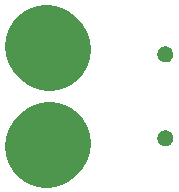
<source format=gbs>
%TF.GenerationSoftware,KiCad,Pcbnew,4.0.5-e0-6337~49~ubuntu16.04.1*%
%TF.CreationDate,2017-01-29T13:04:29-08:00*%
%TF.ProjectId,2x2-USB-Power-Connector,3278322D5553422D506F7765722D436F,1.0*%
%TF.FileFunction,Soldermask,Bot*%
%FSLAX46Y46*%
G04 Gerber Fmt 4.6, Leading zero omitted, Abs format (unit mm)*
G04 Created by KiCad (PCBNEW 4.0.5-e0-6337~49~ubuntu16.04.1) date Sun Jan 29 13:04:29 2017*
%MOMM*%
%LPD*%
G01*
G04 APERTURE LIST*
%ADD10C,0.350000*%
%ADD11C,7.000000*%
G04 APERTURE END LIST*
D10*
D11*
X131495800Y-93000560D02*
X131245800Y-92750560D01*
X131495800Y-101000560D02*
X131245800Y-101250560D01*
D10*
G36*
X131818910Y-97926407D02*
X132409855Y-98047711D01*
X132965998Y-98281492D01*
X133466134Y-98618838D01*
X133891221Y-99046903D01*
X134225066Y-99549381D01*
X134454956Y-100107136D01*
X134572064Y-100698574D01*
X134572064Y-100698584D01*
X134572131Y-100698923D01*
X134562510Y-101387976D01*
X134562433Y-101388314D01*
X134562433Y-101388322D01*
X134428857Y-101976261D01*
X134183485Y-102527376D01*
X133835737Y-103020338D01*
X133398862Y-103436369D01*
X132889500Y-103759621D01*
X132327054Y-103977779D01*
X131732947Y-104082536D01*
X131129803Y-104069902D01*
X130540600Y-103940357D01*
X129987782Y-103698837D01*
X129492407Y-103354542D01*
X129073337Y-102920583D01*
X128746538Y-102413490D01*
X128524456Y-101852574D01*
X128415555Y-101259218D01*
X128423977Y-100656001D01*
X128549406Y-100065907D01*
X128787059Y-99511418D01*
X129127891Y-99013648D01*
X129558912Y-98591560D01*
X130063713Y-98261228D01*
X130623059Y-98035237D01*
X131215645Y-97922196D01*
X131818910Y-97926407D01*
X131818910Y-97926407D01*
G37*
G36*
X141453948Y-99912808D02*
X141583842Y-99939472D01*
X141706097Y-99990863D01*
X141816035Y-100065017D01*
X141909472Y-100159109D01*
X141982861Y-100269568D01*
X142033395Y-100392172D01*
X142059082Y-100521901D01*
X142059082Y-100521916D01*
X142059149Y-100522255D01*
X142057034Y-100673720D01*
X142056958Y-100674054D01*
X142056958Y-100674067D01*
X142027656Y-100803038D01*
X141973721Y-100924179D01*
X141897279Y-101032542D01*
X141801246Y-101123993D01*
X141689280Y-101195049D01*
X141565642Y-101243005D01*
X141435051Y-101266032D01*
X141302467Y-101263254D01*
X141172951Y-101234779D01*
X141051430Y-101181687D01*
X140942541Y-101106007D01*
X140850422Y-101010616D01*
X140778585Y-100899146D01*
X140729766Y-100775844D01*
X140705829Y-100645419D01*
X140707680Y-100512821D01*
X140735252Y-100383106D01*
X140787491Y-100261221D01*
X140862413Y-100151802D01*
X140957161Y-100059018D01*
X141068119Y-99986408D01*
X141191077Y-99936730D01*
X141321335Y-99911883D01*
X141453948Y-99912808D01*
X141453948Y-99912808D01*
G37*
G36*
X131818910Y-89926407D02*
X132409855Y-90047711D01*
X132965998Y-90281492D01*
X133466134Y-90618838D01*
X133891221Y-91046903D01*
X134225066Y-91549381D01*
X134454956Y-92107136D01*
X134572064Y-92698574D01*
X134572064Y-92698584D01*
X134572131Y-92698923D01*
X134562510Y-93387976D01*
X134562433Y-93388314D01*
X134562433Y-93388322D01*
X134428857Y-93976261D01*
X134183485Y-94527376D01*
X133835737Y-95020338D01*
X133398862Y-95436369D01*
X132889500Y-95759621D01*
X132327054Y-95977779D01*
X131732947Y-96082536D01*
X131129803Y-96069902D01*
X130540600Y-95940357D01*
X129987782Y-95698837D01*
X129492407Y-95354542D01*
X129073337Y-94920583D01*
X128746538Y-94413490D01*
X128524456Y-93852574D01*
X128415555Y-93259218D01*
X128423977Y-92656001D01*
X128549406Y-92065907D01*
X128787059Y-91511418D01*
X129127891Y-91013648D01*
X129558912Y-90591560D01*
X130063713Y-90261228D01*
X130623059Y-90035237D01*
X131215645Y-89922196D01*
X131818910Y-89926407D01*
X131818910Y-89926407D01*
G37*
G36*
X141453948Y-92812808D02*
X141583842Y-92839472D01*
X141706097Y-92890863D01*
X141816035Y-92965017D01*
X141909472Y-93059109D01*
X141982861Y-93169568D01*
X142033395Y-93292172D01*
X142059082Y-93421901D01*
X142059082Y-93421916D01*
X142059149Y-93422255D01*
X142057034Y-93573720D01*
X142056958Y-93574054D01*
X142056958Y-93574067D01*
X142027656Y-93703038D01*
X141973721Y-93824179D01*
X141897279Y-93932542D01*
X141801246Y-94023993D01*
X141689280Y-94095049D01*
X141565642Y-94143005D01*
X141435051Y-94166032D01*
X141302467Y-94163254D01*
X141172951Y-94134779D01*
X141051430Y-94081687D01*
X140942541Y-94006007D01*
X140850422Y-93910616D01*
X140778585Y-93799146D01*
X140729766Y-93675844D01*
X140705829Y-93545419D01*
X140707680Y-93412821D01*
X140735252Y-93283106D01*
X140787491Y-93161221D01*
X140862413Y-93051802D01*
X140957161Y-92959018D01*
X141068119Y-92886408D01*
X141191077Y-92836730D01*
X141321335Y-92811883D01*
X141453948Y-92812808D01*
X141453948Y-92812808D01*
G37*
M02*

</source>
